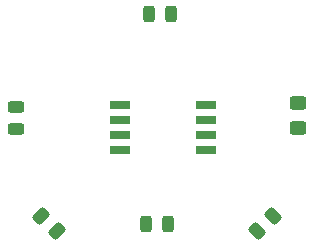
<source format=gbr>
%TF.GenerationSoftware,KiCad,Pcbnew,7.0.10*%
%TF.CreationDate,2024-09-02T03:13:39+05:30*%
%TF.ProjectId,Ki-demo,4b692d64-656d-46f2-9e6b-696361645f70,rev?*%
%TF.SameCoordinates,Original*%
%TF.FileFunction,Paste,Top*%
%TF.FilePolarity,Positive*%
%FSLAX46Y46*%
G04 Gerber Fmt 4.6, Leading zero omitted, Abs format (unit mm)*
G04 Created by KiCad (PCBNEW 7.0.10) date 2024-09-02 03:13:39*
%MOMM*%
%LPD*%
G01*
G04 APERTURE LIST*
G04 Aperture macros list*
%AMRoundRect*
0 Rectangle with rounded corners*
0 $1 Rounding radius*
0 $2 $3 $4 $5 $6 $7 $8 $9 X,Y pos of 4 corners*
0 Add a 4 corners polygon primitive as box body*
4,1,4,$2,$3,$4,$5,$6,$7,$8,$9,$2,$3,0*
0 Add four circle primitives for the rounded corners*
1,1,$1+$1,$2,$3*
1,1,$1+$1,$4,$5*
1,1,$1+$1,$6,$7*
1,1,$1+$1,$8,$9*
0 Add four rect primitives between the rounded corners*
20,1,$1+$1,$2,$3,$4,$5,0*
20,1,$1+$1,$4,$5,$6,$7,0*
20,1,$1+$1,$6,$7,$8,$9,0*
20,1,$1+$1,$8,$9,$2,$3,0*%
G04 Aperture macros list end*
%ADD10R,1.700000X0.650000*%
%ADD11RoundRect,0.243750X-0.243750X-0.456250X0.243750X-0.456250X0.243750X0.456250X-0.243750X0.456250X0*%
%ADD12RoundRect,0.243750X0.494975X0.150260X0.150260X0.494975X-0.494975X-0.150260X-0.150260X-0.494975X0*%
%ADD13RoundRect,0.243750X0.456250X-0.243750X0.456250X0.243750X-0.456250X0.243750X-0.456250X-0.243750X0*%
%ADD14RoundRect,0.243750X-0.150260X0.494975X-0.494975X0.150260X0.150260X-0.494975X0.494975X-0.150260X0*%
%ADD15RoundRect,0.250000X0.450000X-0.325000X0.450000X0.325000X-0.450000X0.325000X-0.450000X-0.325000X0*%
%ADD16RoundRect,0.243750X0.243750X0.456250X-0.243750X0.456250X-0.243750X-0.456250X0.243750X-0.456250X0*%
G04 APERTURE END LIST*
D10*
%TO.C,U1*%
X88298000Y-51943000D03*
X88298000Y-53213000D03*
X88298000Y-54483000D03*
X88298000Y-55753000D03*
X95598000Y-55753000D03*
X95598000Y-54483000D03*
X95598000Y-53213000D03*
X95598000Y-51943000D03*
%TD*%
D11*
%TO.C,D6*%
X90502500Y-61976000D03*
X92377500Y-61976000D03*
%TD*%
D12*
%TO.C,D5*%
X82958913Y-62638913D03*
X81633087Y-61313087D03*
%TD*%
D13*
%TO.C,D4*%
X79502000Y-53945000D03*
X79502000Y-52070000D03*
%TD*%
D14*
%TO.C,D3*%
X101246913Y-61313087D03*
X99921087Y-62638913D03*
%TD*%
D15*
%TO.C,D2*%
X103378000Y-53857000D03*
X103378000Y-51807000D03*
%TD*%
D16*
%TO.C,D1*%
X92631500Y-44196000D03*
X90756500Y-44196000D03*
%TD*%
M02*

</source>
